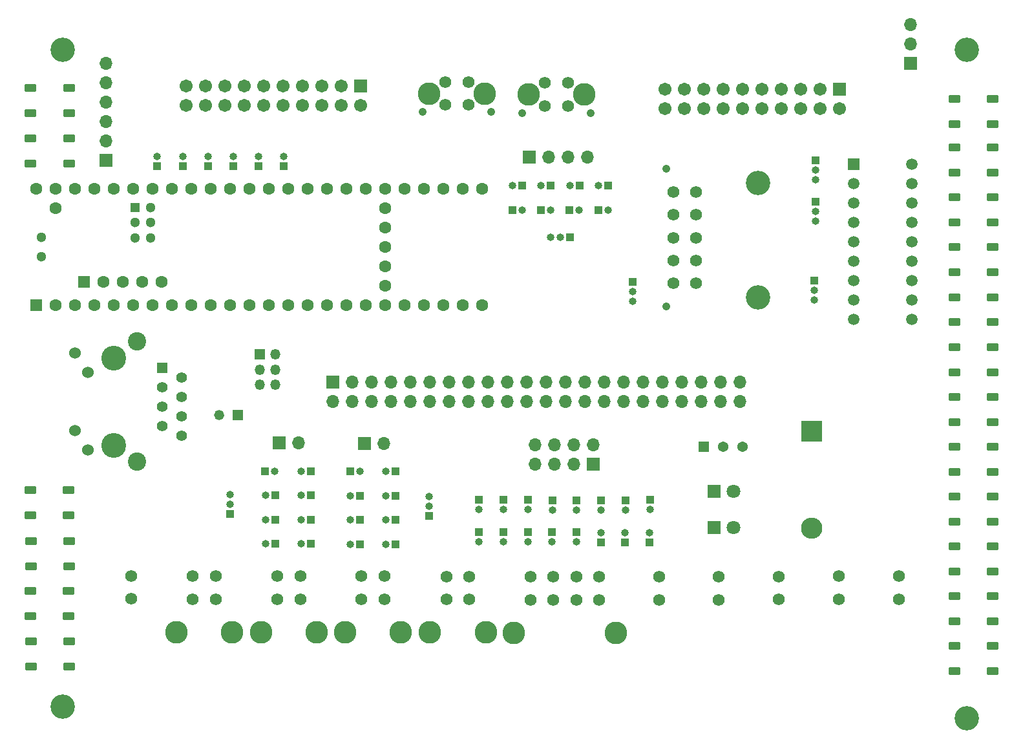
<source format=gbr>
%TF.GenerationSoftware,KiCad,Pcbnew,8.0.3*%
%TF.CreationDate,2025-06-03T03:01:33-07:00*%
%TF.ProjectId,MLU_BreakoutV2,4d4c555f-4272-4656-916b-6f757456322e,rev?*%
%TF.SameCoordinates,Original*%
%TF.FileFunction,Soldermask,Bot*%
%TF.FilePolarity,Negative*%
%FSLAX46Y46*%
G04 Gerber Fmt 4.6, Leading zero omitted, Abs format (unit mm)*
G04 Created by KiCad (PCBNEW 8.0.3) date 2025-06-03 03:01:33*
%MOMM*%
%LPD*%
G01*
G04 APERTURE LIST*
G04 Aperture macros list*
%AMRoundRect*
0 Rectangle with rounded corners*
0 $1 Rounding radius*
0 $2 $3 $4 $5 $6 $7 $8 $9 X,Y pos of 4 corners*
0 Add a 4 corners polygon primitive as box body*
4,1,4,$2,$3,$4,$5,$6,$7,$8,$9,$2,$3,0*
0 Add four circle primitives for the rounded corners*
1,1,$1+$1,$2,$3*
1,1,$1+$1,$4,$5*
1,1,$1+$1,$6,$7*
1,1,$1+$1,$8,$9*
0 Add four rect primitives between the rounded corners*
20,1,$1+$1,$2,$3,$4,$5,0*
20,1,$1+$1,$4,$5,$6,$7,0*
20,1,$1+$1,$6,$7,$8,$9,0*
20,1,$1+$1,$8,$9,$2,$3,0*%
G04 Aperture macros list end*
%ADD10C,1.066800*%
%ADD11C,1.574800*%
%ADD12C,2.971800*%
%ADD13C,3.200000*%
%ADD14R,1.000000X1.000000*%
%ADD15O,1.000000X1.000000*%
%ADD16RoundRect,0.102000X0.754000X0.754000X-0.754000X0.754000X-0.754000X-0.754000X0.754000X-0.754000X0*%
%ADD17C,1.712000*%
%ADD18R,1.700000X1.700000*%
%ADD19O,1.700000X1.700000*%
%ADD20R,1.320800X1.320800*%
%ADD21C,1.320800*%
%ADD22R,2.800000X2.800000*%
%ADD23O,2.800000X2.800000*%
%ADD24R,1.800000X1.800000*%
%ADD25C,1.800000*%
%ADD26R,1.498600X1.498600*%
%ADD27C,1.498600*%
%ADD28R,1.600000X1.600000*%
%ADD29C,1.600000*%
%ADD30R,1.300000X1.300000*%
%ADD31C,1.300000*%
%ADD32R,1.371600X1.371600*%
%ADD33C,1.371600*%
%ADD34C,3.250000*%
%ADD35R,1.400000X1.400000*%
%ADD36C,1.400000*%
%ADD37C,1.530000*%
%ADD38C,2.400000*%
%ADD39R,1.350000X1.350000*%
%ADD40O,1.350000X1.350000*%
%ADD41RoundRect,0.250000X0.550000X0.250000X-0.550000X0.250000X-0.550000X-0.250000X0.550000X-0.250000X0*%
G04 APERTURE END LIST*
D10*
%TO.C,J4*%
X187834648Y-65097800D03*
X178834651Y-65097800D03*
D11*
X181834650Y-61157800D03*
X184834649Y-61157800D03*
X181834650Y-64157799D03*
X184834649Y-64157799D03*
D12*
X186984650Y-62657800D03*
X179684649Y-62657800D03*
%TD*%
D13*
%TO.C,H3*%
X131680000Y-142940000D03*
%TD*%
D14*
%TO.C,JP22*%
X158235600Y-112120200D03*
D15*
X159505600Y-112120200D03*
%TD*%
D14*
%TO.C,JP16*%
X175310800Y-121671000D03*
D15*
X174040800Y-121671000D03*
%TD*%
D14*
%TO.C,JP39*%
X198997400Y-120136600D03*
D15*
X198997400Y-121406600D03*
%TD*%
D14*
%TO.C,JP26*%
X192648200Y-115894800D03*
D15*
X192648200Y-117164800D03*
%TD*%
D14*
%TO.C,JP25*%
X189448200Y-115894800D03*
D15*
X189448200Y-117164800D03*
%TD*%
D14*
%TO.C,JP46*%
X194386200Y-77952600D03*
D15*
X195656200Y-77952600D03*
%TD*%
D16*
%TO.C,J7*%
X233480000Y-62090000D03*
D17*
X233480000Y-64630000D03*
X230940000Y-62090000D03*
X230940000Y-64630000D03*
X228400000Y-62090000D03*
X228400000Y-64630000D03*
X225860000Y-62090000D03*
X225860000Y-64630000D03*
X223320000Y-62090000D03*
X223320000Y-64630000D03*
X220780000Y-62090000D03*
X220780000Y-64630000D03*
X218240000Y-62090000D03*
X218240000Y-64630000D03*
X215700000Y-62090000D03*
X215700000Y-64630000D03*
X213160000Y-62090000D03*
X213160000Y-64630000D03*
X210620000Y-62090000D03*
X210620000Y-64630000D03*
%TD*%
D14*
%TO.C,JP31*%
X208648200Y-115894800D03*
D15*
X208648200Y-117164800D03*
%TD*%
D18*
%TO.C,J3*%
X242773200Y-58674000D03*
D19*
X242773200Y-56134000D03*
X242773200Y-53594000D03*
%TD*%
D20*
%TO.C,C2*%
X154671400Y-104749600D03*
D21*
X152171400Y-104749600D03*
%TD*%
D11*
%TO.C,J19*%
X173844550Y-128885700D03*
X170844551Y-128885700D03*
X173844550Y-125885701D03*
X170844551Y-125885701D03*
D12*
X168694550Y-133205702D03*
X175994551Y-133205702D03*
%TD*%
D11*
%TO.C,J17*%
X184970000Y-128919998D03*
X181970001Y-128919998D03*
X184970000Y-125919999D03*
X181970001Y-125919999D03*
D12*
X179820000Y-133240000D03*
X187120001Y-133240000D03*
%TD*%
D16*
%TO.C,J13*%
X170738800Y-61696600D03*
D17*
X170738800Y-64236600D03*
X168198800Y-61696600D03*
X168198800Y-64236600D03*
X165658800Y-61696600D03*
X165658800Y-64236600D03*
X163118800Y-61696600D03*
X163118800Y-64236600D03*
X160578800Y-61696600D03*
X160578800Y-64236600D03*
X158038800Y-61696600D03*
X158038800Y-64236600D03*
X155498800Y-61696600D03*
X155498800Y-64236600D03*
X152958800Y-61696600D03*
X152958800Y-64236600D03*
X150418800Y-61696600D03*
X150418800Y-64236600D03*
X147878800Y-61696600D03*
X147878800Y-64236600D03*
%TD*%
D14*
%TO.C,JP42*%
X195656200Y-74676000D03*
D15*
X194386200Y-74676000D03*
%TD*%
D22*
%TO.C,D1*%
X229870000Y-106857800D03*
D23*
X229870000Y-119557800D03*
%TD*%
D14*
%TO.C,JP60*%
X170672600Y-121721000D03*
D15*
X169402600Y-121721000D03*
%TD*%
D11*
%TO.C,J22*%
X233349200Y-128890700D03*
X233349200Y-125890701D03*
%TD*%
D24*
%TO.C,D2*%
X217033000Y-114726800D03*
D25*
X219573000Y-114726800D03*
%TD*%
D14*
%TO.C,JP32*%
X205397400Y-121431600D03*
D15*
X205397400Y-120161600D03*
%TD*%
D14*
%TO.C,JP34*%
X186248200Y-120136600D03*
D15*
X186248200Y-121406600D03*
%TD*%
D18*
%TO.C,J8*%
X167081200Y-100482400D03*
D19*
X167081200Y-103022400D03*
X169621200Y-100482400D03*
X169621200Y-103022400D03*
X172161200Y-100482400D03*
X172161200Y-103022400D03*
X174701200Y-100482400D03*
X174701200Y-103022400D03*
X177241200Y-100482400D03*
X177241200Y-103022400D03*
X179781200Y-100482400D03*
X179781200Y-103022400D03*
X182321200Y-100482400D03*
X182321200Y-103022400D03*
X184861200Y-100482400D03*
X184861200Y-103022400D03*
X187401200Y-100482400D03*
X187401200Y-103022400D03*
X189941200Y-100482400D03*
X189941200Y-103022400D03*
X192481200Y-100482400D03*
X192481200Y-103022400D03*
X195021200Y-100482400D03*
X195021200Y-103022400D03*
X197561200Y-100482400D03*
X197561200Y-103022400D03*
X200101200Y-100482400D03*
X200101200Y-103022400D03*
X202641200Y-100482400D03*
X202641200Y-103022400D03*
X205181200Y-100482400D03*
X205181200Y-103022400D03*
X207721200Y-100482400D03*
X207721200Y-103022400D03*
X210261200Y-100482400D03*
X210261200Y-103022400D03*
X212801200Y-100482400D03*
X212801200Y-103022400D03*
X215341200Y-100482400D03*
X215341200Y-103022400D03*
X217881200Y-100482400D03*
X217881200Y-103022400D03*
X220421200Y-100482400D03*
X220421200Y-103022400D03*
%TD*%
D14*
%TO.C,JP38*%
X208597400Y-121436600D03*
D15*
X208597400Y-120166600D03*
%TD*%
D11*
%TO.C,J26*%
X201990000Y-128950000D03*
X198990001Y-128950000D03*
X195990002Y-128950000D03*
X192990003Y-128950000D03*
X201990000Y-125950001D03*
X198990001Y-125950001D03*
X195990002Y-125950001D03*
X192990003Y-125950001D03*
D12*
X190840002Y-133270002D03*
X204140001Y-133270002D03*
%TD*%
D14*
%TO.C,JP41*%
X160680400Y-72136000D03*
D15*
X160680400Y-70866000D03*
%TD*%
D11*
%TO.C,J20*%
X140666600Y-128855300D03*
X140666600Y-125855301D03*
%TD*%
D14*
%TO.C,JP40*%
X206349600Y-87325200D03*
D15*
X206349600Y-88595200D03*
X206349600Y-89865200D03*
%TD*%
D14*
%TO.C,JP48*%
X201853800Y-77952600D03*
D15*
X203123800Y-77952600D03*
%TD*%
D14*
%TO.C,JP30*%
X205448200Y-115914800D03*
D15*
X205448200Y-117184800D03*
%TD*%
D13*
%TO.C,H12*%
X250160000Y-56940000D03*
%TD*%
D11*
%TO.C,J23*%
X241249200Y-128880700D03*
X241249200Y-125880701D03*
%TD*%
%TO.C,J21*%
X225511400Y-128921199D03*
X225511400Y-125921200D03*
%TD*%
D13*
%TO.C,H8*%
X222805800Y-74368398D03*
%TD*%
D14*
%TO.C,JP19*%
X164200600Y-121615200D03*
D15*
X162930600Y-121615200D03*
%TD*%
D26*
%TO.C,U7*%
X235331000Y-71907400D03*
D27*
X235331000Y-74447400D03*
X235331000Y-76987400D03*
X235331000Y-79527400D03*
X235331000Y-82067400D03*
X235331000Y-84607400D03*
X235331000Y-87147400D03*
X235331000Y-89687400D03*
X235331000Y-92227400D03*
X242951000Y-92227400D03*
X242951000Y-89687400D03*
X242951000Y-87147400D03*
X242951000Y-84607400D03*
X242951000Y-82067400D03*
X242951000Y-79527400D03*
X242951000Y-76987400D03*
X242951000Y-74447400D03*
X242951000Y-71907400D03*
%TD*%
D18*
%TO.C,J28*%
X192811400Y-70993000D03*
D19*
X195351400Y-70993000D03*
X197891400Y-70993000D03*
X200431400Y-70993000D03*
%TD*%
D14*
%TO.C,JP33*%
X202197400Y-121436600D03*
D15*
X202197400Y-120166600D03*
%TD*%
D14*
%TO.C,JP27*%
X195848200Y-115914800D03*
D15*
X195848200Y-117184800D03*
%TD*%
D14*
%TO.C,JP67*%
X191897000Y-74676000D03*
D15*
X190627000Y-74676000D03*
%TD*%
D14*
%TO.C,JP13*%
X175310800Y-112146000D03*
D15*
X174040800Y-112146000D03*
%TD*%
D11*
%TO.C,J25*%
X217678000Y-128956900D03*
X217678000Y-125956901D03*
%TD*%
D14*
%TO.C,JP53*%
X144043400Y-72136000D03*
D15*
X144043400Y-70866000D03*
%TD*%
D14*
%TO.C,JP47*%
X198120000Y-77952600D03*
D15*
X199390000Y-77952600D03*
%TD*%
D14*
%TO.C,JP11*%
X170672600Y-115321000D03*
D15*
X169402600Y-115321000D03*
%TD*%
D11*
%TO.C,J6*%
X209890000Y-128949999D03*
X209890000Y-125950000D03*
%TD*%
D18*
%TO.C,J14*%
X160051000Y-108391000D03*
D19*
X162591000Y-108391000D03*
%TD*%
D14*
%TO.C,JP23*%
X159555600Y-115295200D03*
D15*
X158285600Y-115295200D03*
%TD*%
D13*
%TO.C,H9*%
X222805800Y-89368398D03*
%TD*%
D14*
%TO.C,JP10*%
X230200200Y-87172800D03*
D15*
X230200200Y-88442800D03*
X230200200Y-89712800D03*
%TD*%
D14*
%TO.C,JP58*%
X153619200Y-117729000D03*
D15*
X153619200Y-116459000D03*
X153619200Y-115189000D03*
%TD*%
D18*
%TO.C,J12*%
X137338200Y-71450600D03*
D19*
X137338200Y-68910600D03*
X137338200Y-66370600D03*
X137338200Y-63830600D03*
X137338200Y-61290600D03*
X137338200Y-58750600D03*
%TD*%
D14*
%TO.C,JP24*%
X159560600Y-121615200D03*
D15*
X158290600Y-121615200D03*
%TD*%
D11*
%TO.C,J18*%
X151739600Y-128875400D03*
X148739601Y-128875400D03*
X151739600Y-125875401D03*
X148739601Y-125875401D03*
D12*
X146589600Y-133195402D03*
X153889601Y-133195402D03*
%TD*%
D28*
%TO.C,U6*%
X128219200Y-90376000D03*
D29*
X130759200Y-90376000D03*
X133299200Y-90376000D03*
X135839200Y-90376000D03*
X138379200Y-90376000D03*
X140919200Y-90376000D03*
X143459200Y-90376000D03*
X145999200Y-90376000D03*
X148539200Y-90376000D03*
X151079200Y-90376000D03*
X153619200Y-90376000D03*
X156159200Y-90376000D03*
X158699200Y-90376000D03*
X161239200Y-90376000D03*
X163779200Y-90376000D03*
X166319200Y-90376000D03*
X168859200Y-90376000D03*
X171399200Y-90376000D03*
X173939200Y-90376000D03*
X176479200Y-90376000D03*
X179019200Y-90376000D03*
X181559200Y-90376000D03*
X184099200Y-90376000D03*
X186639200Y-90376000D03*
X186639200Y-75136000D03*
X184099200Y-75136000D03*
X181559200Y-75136000D03*
X179019200Y-75136000D03*
X176479200Y-75136000D03*
X173939200Y-75136000D03*
X171399200Y-75136000D03*
X168859200Y-75136000D03*
X166319200Y-75136000D03*
X163779200Y-75136000D03*
X161239200Y-75136000D03*
X158699200Y-75136000D03*
X156159200Y-75136000D03*
X153619200Y-75136000D03*
X151079200Y-75136000D03*
X148539200Y-75136000D03*
X145999200Y-75136000D03*
X143459200Y-75136000D03*
X140919200Y-75136000D03*
X138379200Y-75136000D03*
X135839200Y-75136000D03*
X133299200Y-75136000D03*
X130759200Y-75136000D03*
X128219200Y-75136000D03*
X130759200Y-77676000D03*
X173939200Y-87836000D03*
X173939200Y-85296000D03*
X173939200Y-82756000D03*
X173939200Y-80216000D03*
X173939200Y-77676000D03*
D28*
X134518400Y-87325200D03*
D29*
X137058400Y-87325200D03*
X139598400Y-87325200D03*
X142138400Y-87325200D03*
X144678400Y-87325200D03*
D30*
X141189200Y-77574400D03*
D31*
X141189200Y-79574400D03*
X141189200Y-81574400D03*
X143189200Y-81574400D03*
X143189200Y-79574400D03*
X143189200Y-77574400D03*
X128949200Y-81486000D03*
X128949200Y-84026000D03*
%TD*%
D32*
%TO.C,SW1*%
X215696800Y-108940600D03*
D33*
X218236800Y-108940600D03*
X220776800Y-108940600D03*
%TD*%
D14*
%TO.C,JP28*%
X199048200Y-115914800D03*
D15*
X199048200Y-117184800D03*
%TD*%
D13*
%TO.C,H1*%
X250160000Y-144440000D03*
%TD*%
D14*
%TO.C,JP49*%
X157378400Y-72136000D03*
D15*
X157378400Y-70866000D03*
%TD*%
D14*
%TO.C,JP12*%
X169377600Y-112146000D03*
D15*
X170647600Y-112146000D03*
%TD*%
D14*
%TO.C,JP57*%
X159560600Y-118455200D03*
D15*
X158290600Y-118455200D03*
%TD*%
D14*
%TO.C,JP50*%
X154076400Y-72136000D03*
D15*
X154076400Y-70866000D03*
%TD*%
D14*
%TO.C,JP14*%
X175310800Y-115321000D03*
D15*
X174040800Y-115321000D03*
%TD*%
D13*
%TO.C,H4*%
X131680000Y-56940000D03*
%TD*%
D11*
%TO.C,J11*%
X162850599Y-128879598D03*
X159850600Y-128879598D03*
X162850599Y-125879599D03*
X159850600Y-125879599D03*
D12*
X157700599Y-133199600D03*
X165000600Y-133199600D03*
%TD*%
D14*
%TO.C,JP15*%
X175310800Y-118496000D03*
D15*
X174040800Y-118496000D03*
%TD*%
D18*
%TO.C,J31*%
X171211600Y-108462400D03*
D19*
X173751600Y-108462400D03*
%TD*%
D14*
%TO.C,JP17*%
X179730400Y-117988000D03*
D15*
X179730400Y-116718000D03*
X179730400Y-115448000D03*
%TD*%
D24*
%TO.C,D3*%
X217012600Y-119532400D03*
D25*
X219552600Y-119532400D03*
%TD*%
D14*
%TO.C,JP43*%
X199415400Y-74676000D03*
D15*
X198145400Y-74676000D03*
%TD*%
D14*
%TO.C,JP3*%
X186248200Y-115894800D03*
D15*
X186248200Y-117164800D03*
%TD*%
D14*
%TO.C,JP44*%
X203149200Y-74676000D03*
D15*
X201879200Y-74676000D03*
%TD*%
D18*
%TO.C,J27*%
X201234200Y-111221200D03*
D19*
X201234200Y-108681200D03*
X198694200Y-111221200D03*
X198694200Y-108681200D03*
X196154200Y-111221200D03*
X196154200Y-108681200D03*
X193614200Y-111221200D03*
X193614200Y-108681200D03*
%TD*%
D14*
%TO.C,JP8*%
X230301800Y-71429800D03*
D15*
X230301800Y-72699800D03*
X230301800Y-73969800D03*
%TD*%
D34*
%TO.C,J9*%
X138404600Y-97282400D03*
X138404600Y-108712400D03*
D35*
X144754600Y-98552400D03*
D36*
X147294600Y-99822400D03*
X144754600Y-101092400D03*
X147294600Y-102362400D03*
X144754600Y-103632400D03*
X147294600Y-104902400D03*
X144754600Y-106172400D03*
X147294600Y-107442400D03*
D37*
X133324600Y-96672400D03*
X135024600Y-99212400D03*
X133324600Y-106782400D03*
X135024600Y-109322400D03*
D38*
X141454600Y-95122400D03*
X141454600Y-110872400D03*
%TD*%
D14*
%TO.C,JP37*%
X195797400Y-120136600D03*
D15*
X195797400Y-121406600D03*
%TD*%
D14*
%TO.C,JP20*%
X164200600Y-118445200D03*
D15*
X162930600Y-118445200D03*
%TD*%
D14*
%TO.C,JP29*%
X202248200Y-115914800D03*
D15*
X202248200Y-117184800D03*
%TD*%
D14*
%TO.C,JP59*%
X170672600Y-118496000D03*
D15*
X169402600Y-118496000D03*
%TD*%
D14*
%TO.C,JP21*%
X164200600Y-112120200D03*
D15*
X162930600Y-112120200D03*
%TD*%
D10*
%TO.C,J2*%
X200890248Y-65199400D03*
X191890251Y-65199400D03*
D11*
X194890250Y-61259400D03*
X197890249Y-61259400D03*
X194890250Y-64259399D03*
X197890249Y-64259399D03*
D12*
X200040250Y-62759400D03*
X192740249Y-62759400D03*
%TD*%
D14*
%TO.C,JP18*%
X164210600Y-115285200D03*
D15*
X162940600Y-115285200D03*
%TD*%
D10*
%TO.C,J5*%
X210740800Y-90539598D03*
X210740800Y-72539598D03*
D11*
X214680800Y-75539600D03*
X214680800Y-78539599D03*
X214680800Y-81539598D03*
X214680800Y-84539597D03*
X214680800Y-87539596D03*
X211680801Y-75539600D03*
X211680801Y-78539599D03*
X211680801Y-81539598D03*
X211680801Y-84539597D03*
X211680801Y-87539596D03*
%TD*%
D39*
%TO.C,J10*%
X157562800Y-96831400D03*
D40*
X159562800Y-96831400D03*
X157562800Y-98831400D03*
X159562800Y-98831400D03*
X157562800Y-100831400D03*
X159562800Y-100831400D03*
%TD*%
D14*
%TO.C,JP36*%
X192623600Y-120136600D03*
D15*
X192623600Y-121406600D03*
%TD*%
D14*
%TO.C,JP35*%
X189448600Y-120136600D03*
D15*
X189448600Y-121406600D03*
%TD*%
D14*
%TO.C,JP45*%
X190601600Y-77952600D03*
D15*
X191871600Y-77952600D03*
%TD*%
D14*
%TO.C,JP9*%
X230327200Y-76840000D03*
D15*
X230327200Y-78110000D03*
X230327200Y-79380000D03*
%TD*%
D14*
%TO.C,JP51*%
X150774400Y-72136000D03*
D15*
X150774400Y-70866000D03*
%TD*%
D14*
%TO.C,JP2*%
X198145400Y-81508600D03*
D15*
X196875400Y-81508600D03*
X195605400Y-81508600D03*
%TD*%
D14*
%TO.C,JP52*%
X147456800Y-72136000D03*
D15*
X147456800Y-70866000D03*
%TD*%
D41*
%TO.C,LED29*%
X253550000Y-128454873D03*
X253550000Y-131754873D03*
X248550000Y-128454873D03*
X248550000Y-131754873D03*
%TD*%
%TO.C,LED34*%
X132560000Y-121292400D03*
X132560000Y-124592400D03*
X127560000Y-121292400D03*
X127560000Y-124592400D03*
%TD*%
%TO.C,LED27*%
X253550000Y-115409419D03*
X253550000Y-118709419D03*
X248550000Y-115409419D03*
X248550000Y-118709419D03*
%TD*%
%TO.C,LED33*%
X132482600Y-114579400D03*
X132482600Y-117879400D03*
X127482600Y-114579400D03*
X127482600Y-117879400D03*
%TD*%
%TO.C,LED32*%
X132508000Y-68503800D03*
X132508000Y-71803800D03*
X127508000Y-68503800D03*
X127508000Y-71803800D03*
%TD*%
%TO.C,LED22*%
X253550000Y-82795784D03*
X253550000Y-86095784D03*
X248550000Y-82795784D03*
X248550000Y-86095784D03*
%TD*%
%TO.C,LED30*%
X253550000Y-134977600D03*
X253550000Y-138277600D03*
X248550000Y-134977600D03*
X248550000Y-138277600D03*
%TD*%
%TO.C,LED20*%
X253550000Y-69750330D03*
X253550000Y-73050330D03*
X248550000Y-69750330D03*
X248550000Y-73050330D03*
%TD*%
%TO.C,LED36*%
X132560000Y-134392400D03*
X132560000Y-137692400D03*
X127560000Y-134392400D03*
X127560000Y-137692400D03*
%TD*%
%TO.C,LED24*%
X253550000Y-95841238D03*
X253550000Y-99141238D03*
X248550000Y-95841238D03*
X248550000Y-99141238D03*
%TD*%
%TO.C,LED25*%
X253550000Y-102363965D03*
X253550000Y-105663965D03*
X248550000Y-102363965D03*
X248550000Y-105663965D03*
%TD*%
%TO.C,LED28*%
X253550000Y-121932146D03*
X253550000Y-125232146D03*
X248550000Y-121932146D03*
X248550000Y-125232146D03*
%TD*%
%TO.C,LED26*%
X253550000Y-108886692D03*
X253550000Y-112186692D03*
X248550000Y-108886692D03*
X248550000Y-112186692D03*
%TD*%
%TO.C,LED23*%
X253550000Y-89318511D03*
X253550000Y-92618511D03*
X248550000Y-89318511D03*
X248550000Y-92618511D03*
%TD*%
%TO.C,LED31*%
X132508000Y-61953800D03*
X132508000Y-65253800D03*
X127508000Y-61953800D03*
X127508000Y-65253800D03*
%TD*%
%TO.C,LED35*%
X132482600Y-127762000D03*
X132482600Y-131062000D03*
X127482600Y-127762000D03*
X127482600Y-131062000D03*
%TD*%
%TO.C,LED19*%
X253539000Y-63347600D03*
X253539000Y-66647600D03*
X248539000Y-63347600D03*
X248539000Y-66647600D03*
%TD*%
%TO.C,LED21*%
X253550000Y-76273057D03*
X253550000Y-79573057D03*
X248550000Y-76273057D03*
X248550000Y-79573057D03*
%TD*%
M02*

</source>
